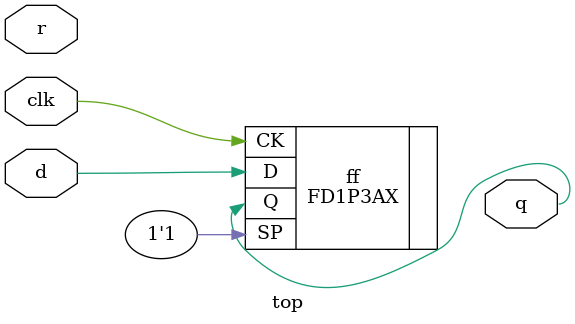
<source format=v>
module top(input clk, input d, input r, output q);
    GSR gsr(.GSR(r));
    FD1P3AX ff(.D(d), .SP(1'b1), .CK(clk), .Q(q));
endmodule

</source>
